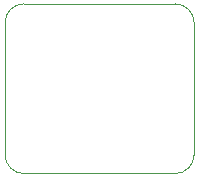
<source format=gbr>
%TF.GenerationSoftware,KiCad,Pcbnew,(5.1.8)-1*%
%TF.CreationDate,2022-07-09T12:20:42+10:00*%
%TF.ProjectId,ICSP_edge_adapter,49435350-5f65-4646-9765-5f6164617074,rev?*%
%TF.SameCoordinates,Original*%
%TF.FileFunction,Profile,NP*%
%FSLAX46Y46*%
G04 Gerber Fmt 4.6, Leading zero omitted, Abs format (unit mm)*
G04 Created by KiCad (PCBNEW (5.1.8)-1) date 2022-07-09 12:20:42*
%MOMM*%
%LPD*%
G01*
G04 APERTURE LIST*
%TA.AperFunction,Profile*%
%ADD10C,0.050000*%
%TD*%
G04 APERTURE END LIST*
D10*
X93726000Y-41960800D02*
X93725181Y-53161381D01*
X95300800Y-54737000D02*
G75*
G02*
X93725181Y-53161381I0J1575619D01*
G01*
X108153200Y-54737000D02*
X95300800Y-54737000D01*
X109728819Y-53161381D02*
X109728000Y-41961619D01*
X95301619Y-40385181D02*
X108152381Y-40386000D01*
X109728819Y-53161381D02*
G75*
G02*
X108153200Y-54737000I-1575619J0D01*
G01*
X108152381Y-40386000D02*
G75*
G02*
X109728000Y-41961619I0J-1575619D01*
G01*
X93726000Y-41960800D02*
G75*
G02*
X95301619Y-40385181I1575619J0D01*
G01*
M02*

</source>
